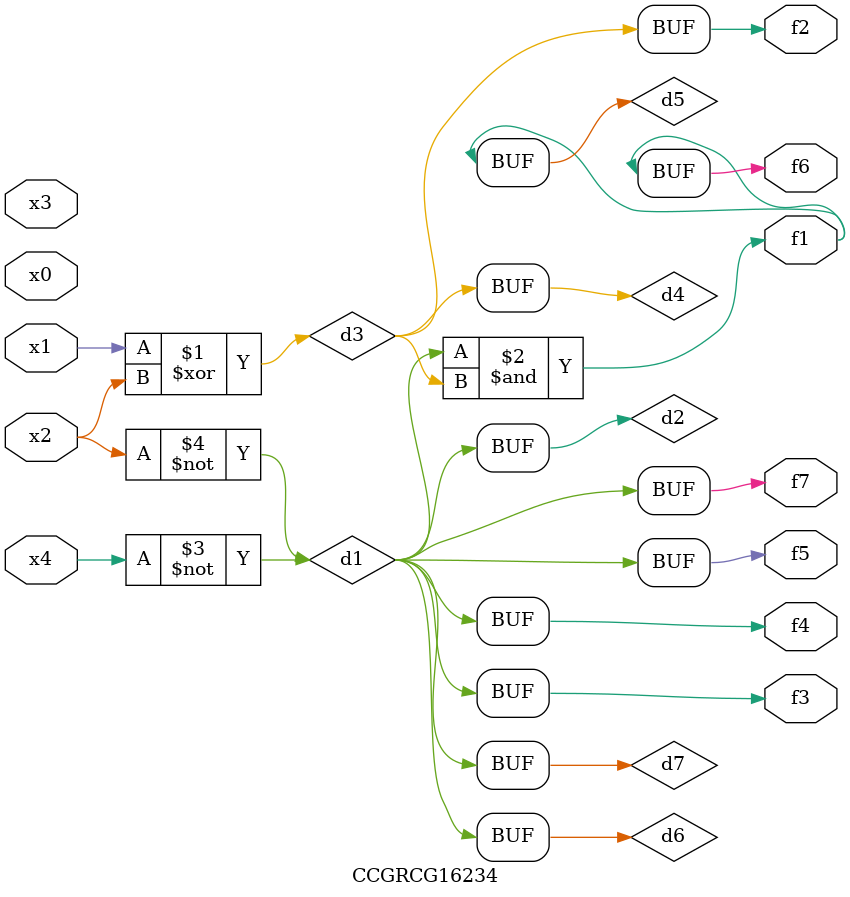
<source format=v>
module CCGRCG16234(
	input x0, x1, x2, x3, x4,
	output f1, f2, f3, f4, f5, f6, f7
);

	wire d1, d2, d3, d4, d5, d6, d7;

	not (d1, x4);
	not (d2, x2);
	xor (d3, x1, x2);
	buf (d4, d3);
	and (d5, d1, d3);
	buf (d6, d1, d2);
	buf (d7, d2);
	assign f1 = d5;
	assign f2 = d4;
	assign f3 = d7;
	assign f4 = d7;
	assign f5 = d7;
	assign f6 = d5;
	assign f7 = d7;
endmodule

</source>
